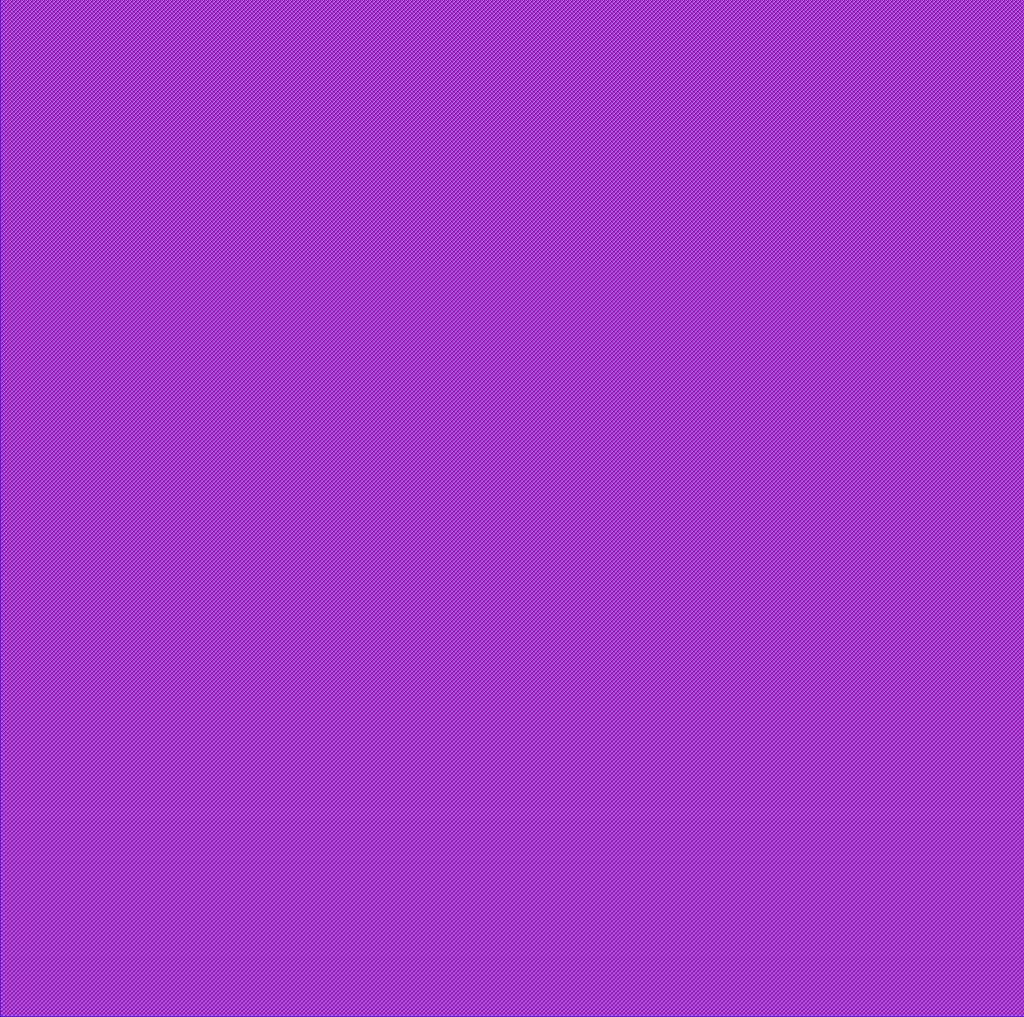
<source format=lef>
###############################################################
#  Generated by:      Cadence Innovus 21.10-p004_1
#  OS:                Linux x86_64(Host ID localhost.localdomain)
#  Generated on:      Fri Feb  3 11:26:16 2023
#  Design:            i2c_master_top
#  Command:           write_lef_abstract i2c_master_top.lef -top_layer 9 -stripe_pins
###############################################################

VERSION 5.8 ;

BUSBITCHARS "[]" ;
DIVIDERCHAR "/" ;

MACRO i2c_master_top
  CLASS BLOCK ;
  SIZE 73.600000 BY 73.150000 ;
  FOREIGN i2c_master_top 0.000000 0.000000 ;
  ORIGIN 0 0 ;
  SYMMETRY X Y R90 ;
  PIN wb_clk_i
    DIRECTION INPUT ;
    USE SIGNAL ;
  END wb_clk_i
  PIN wb_rst_i
    DIRECTION INPUT ;
    USE SIGNAL ;
  END wb_rst_i
  PIN arst_i
    DIRECTION INPUT ;
    USE SIGNAL ;
  END arst_i
  PIN wb_adr_i[2]
    DIRECTION INPUT ;
    USE SIGNAL ;
  END wb_adr_i[2]
  PIN wb_adr_i[1]
    DIRECTION INPUT ;
    USE SIGNAL ;
  END wb_adr_i[1]
  PIN wb_adr_i[0]
    DIRECTION INPUT ;
    USE SIGNAL ;
  END wb_adr_i[0]
  PIN wb_dat_i[7]
    DIRECTION INPUT ;
    USE SIGNAL ;
  END wb_dat_i[7]
  PIN wb_dat_i[6]
    DIRECTION INPUT ;
    USE SIGNAL ;
  END wb_dat_i[6]
  PIN wb_dat_i[5]
    DIRECTION INPUT ;
    USE SIGNAL ;
  END wb_dat_i[5]
  PIN wb_dat_i[4]
    DIRECTION INPUT ;
    USE SIGNAL ;
  END wb_dat_i[4]
  PIN wb_dat_i[3]
    DIRECTION INPUT ;
    USE SIGNAL ;
  END wb_dat_i[3]
  PIN wb_dat_i[2]
    DIRECTION INPUT ;
    USE SIGNAL ;
  END wb_dat_i[2]
  PIN wb_dat_i[1]
    DIRECTION INPUT ;
    USE SIGNAL ;
  END wb_dat_i[1]
  PIN wb_dat_i[0]
    DIRECTION INPUT ;
    USE SIGNAL ;
  END wb_dat_i[0]
  PIN wb_dat_o[7]
    DIRECTION OUTPUT ;
    USE SIGNAL ;
  END wb_dat_o[7]
  PIN wb_dat_o[6]
    DIRECTION OUTPUT ;
    USE SIGNAL ;
  END wb_dat_o[6]
  PIN wb_dat_o[5]
    DIRECTION OUTPUT ;
    USE SIGNAL ;
  END wb_dat_o[5]
  PIN wb_dat_o[4]
    DIRECTION OUTPUT ;
    USE SIGNAL ;
  END wb_dat_o[4]
  PIN wb_dat_o[3]
    DIRECTION OUTPUT ;
    USE SIGNAL ;
  END wb_dat_o[3]
  PIN wb_dat_o[2]
    DIRECTION OUTPUT ;
    USE SIGNAL ;
  END wb_dat_o[2]
  PIN wb_dat_o[1]
    DIRECTION OUTPUT ;
    USE SIGNAL ;
  END wb_dat_o[1]
  PIN wb_dat_o[0]
    DIRECTION OUTPUT ;
    USE SIGNAL ;
  END wb_dat_o[0]
  PIN wb_we_i
    DIRECTION INPUT ;
    USE SIGNAL ;
  END wb_we_i
  PIN wb_stb_i
    DIRECTION INPUT ;
    USE SIGNAL ;
  END wb_stb_i
  PIN wb_cyc_i
    DIRECTION INPUT ;
    USE SIGNAL ;
  END wb_cyc_i
  PIN wb_ack_o
    DIRECTION OUTPUT ;
    USE SIGNAL ;
  END wb_ack_o
  PIN wb_inta_o
    DIRECTION OUTPUT ;
    USE SIGNAL ;
  END wb_inta_o
  PIN scl_pad_i
    DIRECTION INPUT ;
    USE SIGNAL ;
  END scl_pad_i
  PIN scl_pad_o
    DIRECTION OUTPUT ;
    USE SIGNAL ;
  END scl_pad_o
  PIN scl_padoen_o
    DIRECTION OUTPUT ;
    USE SIGNAL ;
  END scl_padoen_o
  PIN sda_pad_i
    DIRECTION INPUT ;
    USE SIGNAL ;
  END sda_pad_i
  PIN sda_pad_o
    DIRECTION OUTPUT ;
    USE SIGNAL ;
  END sda_pad_o
  PIN sda_padoen_o
    DIRECTION OUTPUT ;
    USE SIGNAL ;
  END sda_padoen_o
  OBS
    LAYER Metal1 ;
      RECT 0.000000 0.000000 73.600000 73.150000 ;
    LAYER Metal2 ;
      RECT 0.000000 0.000000 73.600000 73.150000 ;
    LAYER Metal3 ;
      RECT 0.000000 0.000000 73.600000 73.150000 ;
    LAYER Metal4 ;
      RECT 0.000000 0.000000 73.600000 73.150000 ;
    LAYER Metal5 ;
      RECT 0.000000 0.000000 73.600000 73.150000 ;
    LAYER Metal6 ;
      RECT 0.000000 0.000000 73.600000 73.150000 ;
    LAYER Metal7 ;
      RECT 0.000000 0.000000 73.600000 73.150000 ;
    LAYER Metal8 ;
      RECT 0.000000 0.000000 73.600000 73.150000 ;
    LAYER Metal9 ;
      RECT 0.000000 0.000000 73.600000 73.150000 ;
  END
END i2c_master_top

END LIBRARY

</source>
